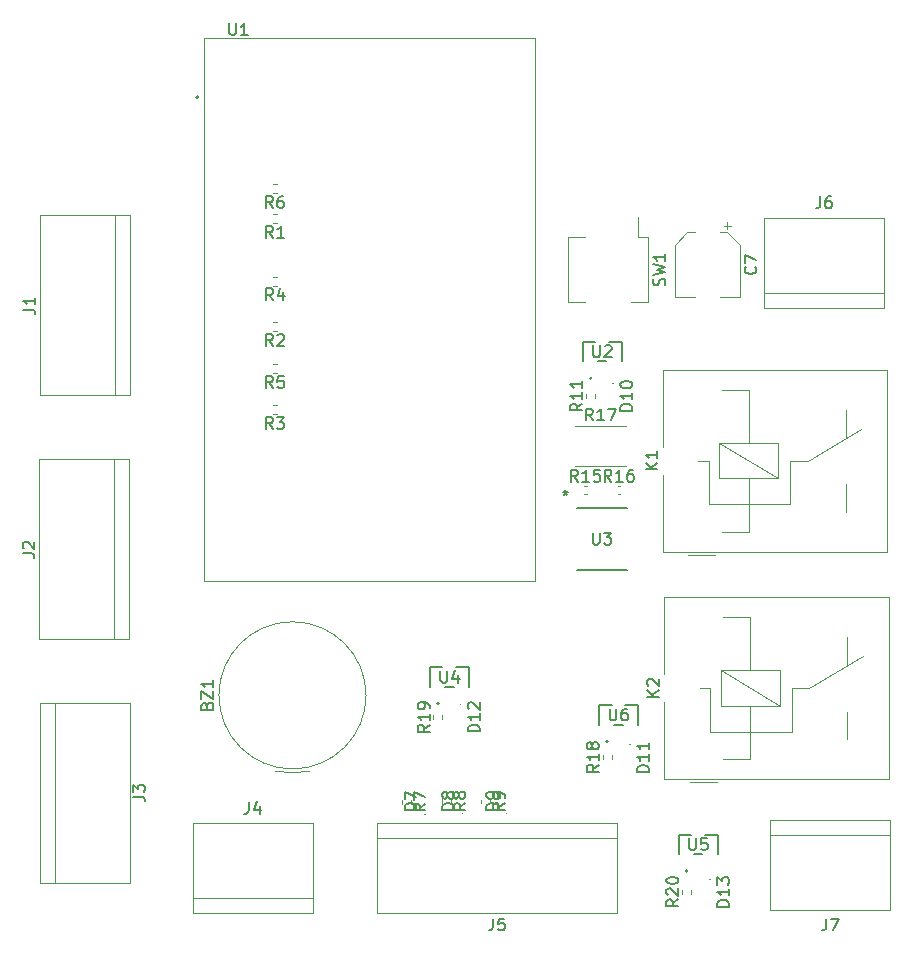
<source format=gbr>
%TF.GenerationSoftware,KiCad,Pcbnew,8.0.8*%
%TF.CreationDate,2025-03-20T21:36:52-04:00*%
%TF.ProjectId,PCB PUERTA,50434220-5055-4455-9254-412e6b696361,rev?*%
%TF.SameCoordinates,Original*%
%TF.FileFunction,Legend,Top*%
%TF.FilePolarity,Positive*%
%FSLAX46Y46*%
G04 Gerber Fmt 4.6, Leading zero omitted, Abs format (unit mm)*
G04 Created by KiCad (PCBNEW 8.0.8) date 2025-03-20 21:36:52*
%MOMM*%
%LPD*%
G01*
G04 APERTURE LIST*
%ADD10C,0.150000*%
%ADD11C,0.120000*%
%ADD12C,0.152400*%
%ADD13C,0.100000*%
%ADD14C,0.200000*%
G04 APERTURE END LIST*
D10*
X154301866Y-135852819D02*
X154301866Y-136567104D01*
X154301866Y-136567104D02*
X154254247Y-136709961D01*
X154254247Y-136709961D02*
X154159009Y-136805200D01*
X154159009Y-136805200D02*
X154016152Y-136852819D01*
X154016152Y-136852819D02*
X153920914Y-136852819D01*
X154682819Y-135852819D02*
X155349485Y-135852819D01*
X155349485Y-135852819D02*
X154920914Y-136852819D01*
X120722219Y-119451357D02*
X120246028Y-119784690D01*
X120722219Y-120022785D02*
X119722219Y-120022785D01*
X119722219Y-120022785D02*
X119722219Y-119641833D01*
X119722219Y-119641833D02*
X119769838Y-119546595D01*
X119769838Y-119546595D02*
X119817457Y-119498976D01*
X119817457Y-119498976D02*
X119912695Y-119451357D01*
X119912695Y-119451357D02*
X120055552Y-119451357D01*
X120055552Y-119451357D02*
X120150790Y-119498976D01*
X120150790Y-119498976D02*
X120198409Y-119546595D01*
X120198409Y-119546595D02*
X120246028Y-119641833D01*
X120246028Y-119641833D02*
X120246028Y-120022785D01*
X120722219Y-118498976D02*
X120722219Y-119070404D01*
X120722219Y-118784690D02*
X119722219Y-118784690D01*
X119722219Y-118784690D02*
X119865076Y-118879928D01*
X119865076Y-118879928D02*
X119960314Y-118975166D01*
X119960314Y-118975166D02*
X120007933Y-119070404D01*
X120722219Y-118022785D02*
X120722219Y-117832309D01*
X120722219Y-117832309D02*
X120674600Y-117737071D01*
X120674600Y-117737071D02*
X120626980Y-117689452D01*
X120626980Y-117689452D02*
X120484123Y-117594214D01*
X120484123Y-117594214D02*
X120293647Y-117546595D01*
X120293647Y-117546595D02*
X119912695Y-117546595D01*
X119912695Y-117546595D02*
X119817457Y-117594214D01*
X119817457Y-117594214D02*
X119769838Y-117641833D01*
X119769838Y-117641833D02*
X119722219Y-117737071D01*
X119722219Y-117737071D02*
X119722219Y-117927547D01*
X119722219Y-117927547D02*
X119769838Y-118022785D01*
X119769838Y-118022785D02*
X119817457Y-118070404D01*
X119817457Y-118070404D02*
X119912695Y-118118023D01*
X119912695Y-118118023D02*
X120150790Y-118118023D01*
X120150790Y-118118023D02*
X120246028Y-118070404D01*
X120246028Y-118070404D02*
X120293647Y-118022785D01*
X120293647Y-118022785D02*
X120341266Y-117927547D01*
X120341266Y-117927547D02*
X120341266Y-117737071D01*
X120341266Y-117737071D02*
X120293647Y-117641833D01*
X120293647Y-117641833D02*
X120246028Y-117594214D01*
X120246028Y-117594214D02*
X120150790Y-117546595D01*
X148306180Y-80659266D02*
X148353800Y-80706885D01*
X148353800Y-80706885D02*
X148401419Y-80849742D01*
X148401419Y-80849742D02*
X148401419Y-80944980D01*
X148401419Y-80944980D02*
X148353800Y-81087837D01*
X148353800Y-81087837D02*
X148258561Y-81183075D01*
X148258561Y-81183075D02*
X148163323Y-81230694D01*
X148163323Y-81230694D02*
X147972847Y-81278313D01*
X147972847Y-81278313D02*
X147829990Y-81278313D01*
X147829990Y-81278313D02*
X147639514Y-81230694D01*
X147639514Y-81230694D02*
X147544276Y-81183075D01*
X147544276Y-81183075D02*
X147449038Y-81087837D01*
X147449038Y-81087837D02*
X147401419Y-80944980D01*
X147401419Y-80944980D02*
X147401419Y-80849742D01*
X147401419Y-80849742D02*
X147449038Y-80706885D01*
X147449038Y-80706885D02*
X147496657Y-80659266D01*
X147401419Y-80325932D02*
X147401419Y-79659266D01*
X147401419Y-79659266D02*
X148401419Y-80087837D01*
X107455133Y-90917219D02*
X107121800Y-90441028D01*
X106883705Y-90917219D02*
X106883705Y-89917219D01*
X106883705Y-89917219D02*
X107264657Y-89917219D01*
X107264657Y-89917219D02*
X107359895Y-89964838D01*
X107359895Y-89964838D02*
X107407514Y-90012457D01*
X107407514Y-90012457D02*
X107455133Y-90107695D01*
X107455133Y-90107695D02*
X107455133Y-90250552D01*
X107455133Y-90250552D02*
X107407514Y-90345790D01*
X107407514Y-90345790D02*
X107359895Y-90393409D01*
X107359895Y-90393409D02*
X107264657Y-90441028D01*
X107264657Y-90441028D02*
X106883705Y-90441028D01*
X108359895Y-89917219D02*
X107883705Y-89917219D01*
X107883705Y-89917219D02*
X107836086Y-90393409D01*
X107836086Y-90393409D02*
X107883705Y-90345790D01*
X107883705Y-90345790D02*
X107978943Y-90298171D01*
X107978943Y-90298171D02*
X108217038Y-90298171D01*
X108217038Y-90298171D02*
X108312276Y-90345790D01*
X108312276Y-90345790D02*
X108359895Y-90393409D01*
X108359895Y-90393409D02*
X108407514Y-90488647D01*
X108407514Y-90488647D02*
X108407514Y-90726742D01*
X108407514Y-90726742D02*
X108359895Y-90821980D01*
X108359895Y-90821980D02*
X108312276Y-90869600D01*
X108312276Y-90869600D02*
X108217038Y-90917219D01*
X108217038Y-90917219D02*
X107978943Y-90917219D01*
X107978943Y-90917219D02*
X107883705Y-90869600D01*
X107883705Y-90869600D02*
X107836086Y-90821980D01*
X133650819Y-92247957D02*
X133174628Y-92581290D01*
X133650819Y-92819385D02*
X132650819Y-92819385D01*
X132650819Y-92819385D02*
X132650819Y-92438433D01*
X132650819Y-92438433D02*
X132698438Y-92343195D01*
X132698438Y-92343195D02*
X132746057Y-92295576D01*
X132746057Y-92295576D02*
X132841295Y-92247957D01*
X132841295Y-92247957D02*
X132984152Y-92247957D01*
X132984152Y-92247957D02*
X133079390Y-92295576D01*
X133079390Y-92295576D02*
X133127009Y-92343195D01*
X133127009Y-92343195D02*
X133174628Y-92438433D01*
X133174628Y-92438433D02*
X133174628Y-92819385D01*
X133650819Y-91295576D02*
X133650819Y-91867004D01*
X133650819Y-91581290D02*
X132650819Y-91581290D01*
X132650819Y-91581290D02*
X132793676Y-91676528D01*
X132793676Y-91676528D02*
X132888914Y-91771766D01*
X132888914Y-91771766D02*
X132936533Y-91867004D01*
X133650819Y-90343195D02*
X133650819Y-90914623D01*
X133650819Y-90628909D02*
X132650819Y-90628909D01*
X132650819Y-90628909D02*
X132793676Y-90724147D01*
X132793676Y-90724147D02*
X132888914Y-90819385D01*
X132888914Y-90819385D02*
X132936533Y-90914623D01*
X107455133Y-87361219D02*
X107121800Y-86885028D01*
X106883705Y-87361219D02*
X106883705Y-86361219D01*
X106883705Y-86361219D02*
X107264657Y-86361219D01*
X107264657Y-86361219D02*
X107359895Y-86408838D01*
X107359895Y-86408838D02*
X107407514Y-86456457D01*
X107407514Y-86456457D02*
X107455133Y-86551695D01*
X107455133Y-86551695D02*
X107455133Y-86694552D01*
X107455133Y-86694552D02*
X107407514Y-86789790D01*
X107407514Y-86789790D02*
X107359895Y-86837409D01*
X107359895Y-86837409D02*
X107264657Y-86885028D01*
X107264657Y-86885028D02*
X106883705Y-86885028D01*
X107836086Y-86456457D02*
X107883705Y-86408838D01*
X107883705Y-86408838D02*
X107978943Y-86361219D01*
X107978943Y-86361219D02*
X108217038Y-86361219D01*
X108217038Y-86361219D02*
X108312276Y-86408838D01*
X108312276Y-86408838D02*
X108359895Y-86456457D01*
X108359895Y-86456457D02*
X108407514Y-86551695D01*
X108407514Y-86551695D02*
X108407514Y-86646933D01*
X108407514Y-86646933D02*
X108359895Y-86789790D01*
X108359895Y-86789790D02*
X107788467Y-87361219D01*
X107788467Y-87361219D02*
X108407514Y-87361219D01*
X127075419Y-126098466D02*
X126599228Y-126431799D01*
X127075419Y-126669894D02*
X126075419Y-126669894D01*
X126075419Y-126669894D02*
X126075419Y-126288942D01*
X126075419Y-126288942D02*
X126123038Y-126193704D01*
X126123038Y-126193704D02*
X126170657Y-126146085D01*
X126170657Y-126146085D02*
X126265895Y-126098466D01*
X126265895Y-126098466D02*
X126408752Y-126098466D01*
X126408752Y-126098466D02*
X126503990Y-126146085D01*
X126503990Y-126146085D02*
X126551609Y-126193704D01*
X126551609Y-126193704D02*
X126599228Y-126288942D01*
X126599228Y-126288942D02*
X126599228Y-126669894D01*
X127075419Y-125622275D02*
X127075419Y-125431799D01*
X127075419Y-125431799D02*
X127027800Y-125336561D01*
X127027800Y-125336561D02*
X126980180Y-125288942D01*
X126980180Y-125288942D02*
X126837323Y-125193704D01*
X126837323Y-125193704D02*
X126646847Y-125146085D01*
X126646847Y-125146085D02*
X126265895Y-125146085D01*
X126265895Y-125146085D02*
X126170657Y-125193704D01*
X126170657Y-125193704D02*
X126123038Y-125241323D01*
X126123038Y-125241323D02*
X126075419Y-125336561D01*
X126075419Y-125336561D02*
X126075419Y-125527037D01*
X126075419Y-125527037D02*
X126123038Y-125622275D01*
X126123038Y-125622275D02*
X126170657Y-125669894D01*
X126170657Y-125669894D02*
X126265895Y-125717513D01*
X126265895Y-125717513D02*
X126503990Y-125717513D01*
X126503990Y-125717513D02*
X126599228Y-125669894D01*
X126599228Y-125669894D02*
X126646847Y-125622275D01*
X126646847Y-125622275D02*
X126694466Y-125527037D01*
X126694466Y-125527037D02*
X126694466Y-125336561D01*
X126694466Y-125336561D02*
X126646847Y-125241323D01*
X126646847Y-125241323D02*
X126599228Y-125193704D01*
X126599228Y-125193704D02*
X126503990Y-125146085D01*
X134569295Y-87313419D02*
X134569295Y-88122942D01*
X134569295Y-88122942D02*
X134616914Y-88218180D01*
X134616914Y-88218180D02*
X134664533Y-88265800D01*
X134664533Y-88265800D02*
X134759771Y-88313419D01*
X134759771Y-88313419D02*
X134950247Y-88313419D01*
X134950247Y-88313419D02*
X135045485Y-88265800D01*
X135045485Y-88265800D02*
X135093104Y-88218180D01*
X135093104Y-88218180D02*
X135140723Y-88122942D01*
X135140723Y-88122942D02*
X135140723Y-87313419D01*
X135569295Y-87408657D02*
X135616914Y-87361038D01*
X135616914Y-87361038D02*
X135712152Y-87313419D01*
X135712152Y-87313419D02*
X135950247Y-87313419D01*
X135950247Y-87313419D02*
X136045485Y-87361038D01*
X136045485Y-87361038D02*
X136093104Y-87408657D01*
X136093104Y-87408657D02*
X136140723Y-87503895D01*
X136140723Y-87503895D02*
X136140723Y-87599133D01*
X136140723Y-87599133D02*
X136093104Y-87741990D01*
X136093104Y-87741990D02*
X135521676Y-88313419D01*
X135521676Y-88313419D02*
X136140723Y-88313419D01*
X136110742Y-98862819D02*
X135777409Y-98386628D01*
X135539314Y-98862819D02*
X135539314Y-97862819D01*
X135539314Y-97862819D02*
X135920266Y-97862819D01*
X135920266Y-97862819D02*
X136015504Y-97910438D01*
X136015504Y-97910438D02*
X136063123Y-97958057D01*
X136063123Y-97958057D02*
X136110742Y-98053295D01*
X136110742Y-98053295D02*
X136110742Y-98196152D01*
X136110742Y-98196152D02*
X136063123Y-98291390D01*
X136063123Y-98291390D02*
X136015504Y-98339009D01*
X136015504Y-98339009D02*
X135920266Y-98386628D01*
X135920266Y-98386628D02*
X135539314Y-98386628D01*
X137063123Y-98862819D02*
X136491695Y-98862819D01*
X136777409Y-98862819D02*
X136777409Y-97862819D01*
X136777409Y-97862819D02*
X136682171Y-98005676D01*
X136682171Y-98005676D02*
X136586933Y-98100914D01*
X136586933Y-98100914D02*
X136491695Y-98148533D01*
X137920266Y-97862819D02*
X137729790Y-97862819D01*
X137729790Y-97862819D02*
X137634552Y-97910438D01*
X137634552Y-97910438D02*
X137586933Y-97958057D01*
X137586933Y-97958057D02*
X137491695Y-98100914D01*
X137491695Y-98100914D02*
X137444076Y-98291390D01*
X137444076Y-98291390D02*
X137444076Y-98672342D01*
X137444076Y-98672342D02*
X137491695Y-98767580D01*
X137491695Y-98767580D02*
X137539314Y-98815200D01*
X137539314Y-98815200D02*
X137634552Y-98862819D01*
X137634552Y-98862819D02*
X137825028Y-98862819D01*
X137825028Y-98862819D02*
X137920266Y-98815200D01*
X137920266Y-98815200D02*
X137967885Y-98767580D01*
X137967885Y-98767580D02*
X138015504Y-98672342D01*
X138015504Y-98672342D02*
X138015504Y-98434247D01*
X138015504Y-98434247D02*
X137967885Y-98339009D01*
X137967885Y-98339009D02*
X137920266Y-98291390D01*
X137920266Y-98291390D02*
X137825028Y-98243771D01*
X137825028Y-98243771D02*
X137634552Y-98243771D01*
X137634552Y-98243771D02*
X137539314Y-98291390D01*
X137539314Y-98291390D02*
X137491695Y-98339009D01*
X137491695Y-98339009D02*
X137444076Y-98434247D01*
X105428466Y-125968419D02*
X105428466Y-126682704D01*
X105428466Y-126682704D02*
X105380847Y-126825561D01*
X105380847Y-126825561D02*
X105285609Y-126920800D01*
X105285609Y-126920800D02*
X105142752Y-126968419D01*
X105142752Y-126968419D02*
X105047514Y-126968419D01*
X106333228Y-126301752D02*
X106333228Y-126968419D01*
X106095133Y-125920800D02*
X105857038Y-126635085D01*
X105857038Y-126635085D02*
X106476085Y-126635085D01*
X137870419Y-92844785D02*
X136870419Y-92844785D01*
X136870419Y-92844785D02*
X136870419Y-92606690D01*
X136870419Y-92606690D02*
X136918038Y-92463833D01*
X136918038Y-92463833D02*
X137013276Y-92368595D01*
X137013276Y-92368595D02*
X137108514Y-92320976D01*
X137108514Y-92320976D02*
X137298990Y-92273357D01*
X137298990Y-92273357D02*
X137441847Y-92273357D01*
X137441847Y-92273357D02*
X137632323Y-92320976D01*
X137632323Y-92320976D02*
X137727561Y-92368595D01*
X137727561Y-92368595D02*
X137822800Y-92463833D01*
X137822800Y-92463833D02*
X137870419Y-92606690D01*
X137870419Y-92606690D02*
X137870419Y-92844785D01*
X137870419Y-91320976D02*
X137870419Y-91892404D01*
X137870419Y-91606690D02*
X136870419Y-91606690D01*
X136870419Y-91606690D02*
X137013276Y-91701928D01*
X137013276Y-91701928D02*
X137108514Y-91797166D01*
X137108514Y-91797166D02*
X137156133Y-91892404D01*
X136870419Y-90701928D02*
X136870419Y-90606690D01*
X136870419Y-90606690D02*
X136918038Y-90511452D01*
X136918038Y-90511452D02*
X136965657Y-90463833D01*
X136965657Y-90463833D02*
X137060895Y-90416214D01*
X137060895Y-90416214D02*
X137251371Y-90368595D01*
X137251371Y-90368595D02*
X137489466Y-90368595D01*
X137489466Y-90368595D02*
X137679942Y-90416214D01*
X137679942Y-90416214D02*
X137775180Y-90463833D01*
X137775180Y-90463833D02*
X137822800Y-90511452D01*
X137822800Y-90511452D02*
X137870419Y-90606690D01*
X137870419Y-90606690D02*
X137870419Y-90701928D01*
X137870419Y-90701928D02*
X137822800Y-90797166D01*
X137822800Y-90797166D02*
X137775180Y-90844785D01*
X137775180Y-90844785D02*
X137679942Y-90892404D01*
X137679942Y-90892404D02*
X137489466Y-90940023D01*
X137489466Y-90940023D02*
X137251371Y-90940023D01*
X137251371Y-90940023D02*
X137060895Y-90892404D01*
X137060895Y-90892404D02*
X136965657Y-90844785D01*
X136965657Y-90844785D02*
X136918038Y-90797166D01*
X136918038Y-90797166D02*
X136870419Y-90701928D01*
X142697295Y-129045619D02*
X142697295Y-129855142D01*
X142697295Y-129855142D02*
X142744914Y-129950380D01*
X142744914Y-129950380D02*
X142792533Y-129998000D01*
X142792533Y-129998000D02*
X142887771Y-130045619D01*
X142887771Y-130045619D02*
X143078247Y-130045619D01*
X143078247Y-130045619D02*
X143173485Y-129998000D01*
X143173485Y-129998000D02*
X143221104Y-129950380D01*
X143221104Y-129950380D02*
X143268723Y-129855142D01*
X143268723Y-129855142D02*
X143268723Y-129045619D01*
X144221104Y-129045619D02*
X143744914Y-129045619D01*
X143744914Y-129045619D02*
X143697295Y-129521809D01*
X143697295Y-129521809D02*
X143744914Y-129474190D01*
X143744914Y-129474190D02*
X143840152Y-129426571D01*
X143840152Y-129426571D02*
X144078247Y-129426571D01*
X144078247Y-129426571D02*
X144173485Y-129474190D01*
X144173485Y-129474190D02*
X144221104Y-129521809D01*
X144221104Y-129521809D02*
X144268723Y-129617047D01*
X144268723Y-129617047D02*
X144268723Y-129855142D01*
X144268723Y-129855142D02*
X144221104Y-129950380D01*
X144221104Y-129950380D02*
X144173485Y-129998000D01*
X144173485Y-129998000D02*
X144078247Y-130045619D01*
X144078247Y-130045619D02*
X143840152Y-130045619D01*
X143840152Y-130045619D02*
X143744914Y-129998000D01*
X143744914Y-129998000D02*
X143697295Y-129950380D01*
X140621000Y-82232332D02*
X140668619Y-82089475D01*
X140668619Y-82089475D02*
X140668619Y-81851380D01*
X140668619Y-81851380D02*
X140621000Y-81756142D01*
X140621000Y-81756142D02*
X140573380Y-81708523D01*
X140573380Y-81708523D02*
X140478142Y-81660904D01*
X140478142Y-81660904D02*
X140382904Y-81660904D01*
X140382904Y-81660904D02*
X140287666Y-81708523D01*
X140287666Y-81708523D02*
X140240047Y-81756142D01*
X140240047Y-81756142D02*
X140192428Y-81851380D01*
X140192428Y-81851380D02*
X140144809Y-82041856D01*
X140144809Y-82041856D02*
X140097190Y-82137094D01*
X140097190Y-82137094D02*
X140049571Y-82184713D01*
X140049571Y-82184713D02*
X139954333Y-82232332D01*
X139954333Y-82232332D02*
X139859095Y-82232332D01*
X139859095Y-82232332D02*
X139763857Y-82184713D01*
X139763857Y-82184713D02*
X139716238Y-82137094D01*
X139716238Y-82137094D02*
X139668619Y-82041856D01*
X139668619Y-82041856D02*
X139668619Y-81803761D01*
X139668619Y-81803761D02*
X139716238Y-81660904D01*
X139668619Y-81327570D02*
X140668619Y-81089475D01*
X140668619Y-81089475D02*
X139954333Y-80898999D01*
X139954333Y-80898999D02*
X140668619Y-80708523D01*
X140668619Y-80708523D02*
X139668619Y-80470428D01*
X140668619Y-79565666D02*
X140668619Y-80137094D01*
X140668619Y-79851380D02*
X139668619Y-79851380D01*
X139668619Y-79851380D02*
X139811476Y-79946618D01*
X139811476Y-79946618D02*
X139906714Y-80041856D01*
X139906714Y-80041856D02*
X139954333Y-80137094D01*
X134543895Y-103188419D02*
X134543895Y-103997942D01*
X134543895Y-103997942D02*
X134591514Y-104093180D01*
X134591514Y-104093180D02*
X134639133Y-104140800D01*
X134639133Y-104140800D02*
X134734371Y-104188419D01*
X134734371Y-104188419D02*
X134924847Y-104188419D01*
X134924847Y-104188419D02*
X135020085Y-104140800D01*
X135020085Y-104140800D02*
X135067704Y-104093180D01*
X135067704Y-104093180D02*
X135115323Y-103997942D01*
X135115323Y-103997942D02*
X135115323Y-103188419D01*
X135496276Y-103188419D02*
X136115323Y-103188419D01*
X136115323Y-103188419D02*
X135781990Y-103569371D01*
X135781990Y-103569371D02*
X135924847Y-103569371D01*
X135924847Y-103569371D02*
X136020085Y-103616990D01*
X136020085Y-103616990D02*
X136067704Y-103664609D01*
X136067704Y-103664609D02*
X136115323Y-103759847D01*
X136115323Y-103759847D02*
X136115323Y-103997942D01*
X136115323Y-103997942D02*
X136067704Y-104093180D01*
X136067704Y-104093180D02*
X136020085Y-104140800D01*
X136020085Y-104140800D02*
X135924847Y-104188419D01*
X135924847Y-104188419D02*
X135639133Y-104188419D01*
X135639133Y-104188419D02*
X135543895Y-104140800D01*
X135543895Y-104140800D02*
X135496276Y-104093180D01*
X132226050Y-99581619D02*
X132226050Y-99819714D01*
X131987955Y-99724476D02*
X132226050Y-99819714D01*
X132226050Y-99819714D02*
X132464145Y-99724476D01*
X132083193Y-100010190D02*
X132226050Y-99819714D01*
X132226050Y-99819714D02*
X132368907Y-100010190D01*
X132226050Y-99581619D02*
X132226050Y-99819714D01*
X131987955Y-99724476D02*
X132226050Y-99819714D01*
X132226050Y-99819714D02*
X132464145Y-99724476D01*
X132083193Y-100010190D02*
X132226050Y-99819714D01*
X132226050Y-99819714D02*
X132368907Y-100010190D01*
X122805019Y-126645894D02*
X121805019Y-126645894D01*
X121805019Y-126645894D02*
X121805019Y-126407799D01*
X121805019Y-126407799D02*
X121852638Y-126264942D01*
X121852638Y-126264942D02*
X121947876Y-126169704D01*
X121947876Y-126169704D02*
X122043114Y-126122085D01*
X122043114Y-126122085D02*
X122233590Y-126074466D01*
X122233590Y-126074466D02*
X122376447Y-126074466D01*
X122376447Y-126074466D02*
X122566923Y-126122085D01*
X122566923Y-126122085D02*
X122662161Y-126169704D01*
X122662161Y-126169704D02*
X122757400Y-126264942D01*
X122757400Y-126264942D02*
X122805019Y-126407799D01*
X122805019Y-126407799D02*
X122805019Y-126645894D01*
X122233590Y-125503037D02*
X122185971Y-125598275D01*
X122185971Y-125598275D02*
X122138352Y-125645894D01*
X122138352Y-125645894D02*
X122043114Y-125693513D01*
X122043114Y-125693513D02*
X121995495Y-125693513D01*
X121995495Y-125693513D02*
X121900257Y-125645894D01*
X121900257Y-125645894D02*
X121852638Y-125598275D01*
X121852638Y-125598275D02*
X121805019Y-125503037D01*
X121805019Y-125503037D02*
X121805019Y-125312561D01*
X121805019Y-125312561D02*
X121852638Y-125217323D01*
X121852638Y-125217323D02*
X121900257Y-125169704D01*
X121900257Y-125169704D02*
X121995495Y-125122085D01*
X121995495Y-125122085D02*
X122043114Y-125122085D01*
X122043114Y-125122085D02*
X122138352Y-125169704D01*
X122138352Y-125169704D02*
X122185971Y-125217323D01*
X122185971Y-125217323D02*
X122233590Y-125312561D01*
X122233590Y-125312561D02*
X122233590Y-125503037D01*
X122233590Y-125503037D02*
X122281209Y-125598275D01*
X122281209Y-125598275D02*
X122328828Y-125645894D01*
X122328828Y-125645894D02*
X122424066Y-125693513D01*
X122424066Y-125693513D02*
X122614542Y-125693513D01*
X122614542Y-125693513D02*
X122709780Y-125645894D01*
X122709780Y-125645894D02*
X122757400Y-125598275D01*
X122757400Y-125598275D02*
X122805019Y-125503037D01*
X122805019Y-125503037D02*
X122805019Y-125312561D01*
X122805019Y-125312561D02*
X122757400Y-125217323D01*
X122757400Y-125217323D02*
X122709780Y-125169704D01*
X122709780Y-125169704D02*
X122614542Y-125122085D01*
X122614542Y-125122085D02*
X122424066Y-125122085D01*
X122424066Y-125122085D02*
X122328828Y-125169704D01*
X122328828Y-125169704D02*
X122281209Y-125217323D01*
X122281209Y-125217323D02*
X122233590Y-125312561D01*
X119604619Y-126668294D02*
X118604619Y-126668294D01*
X118604619Y-126668294D02*
X118604619Y-126430199D01*
X118604619Y-126430199D02*
X118652238Y-126287342D01*
X118652238Y-126287342D02*
X118747476Y-126192104D01*
X118747476Y-126192104D02*
X118842714Y-126144485D01*
X118842714Y-126144485D02*
X119033190Y-126096866D01*
X119033190Y-126096866D02*
X119176047Y-126096866D01*
X119176047Y-126096866D02*
X119366523Y-126144485D01*
X119366523Y-126144485D02*
X119461761Y-126192104D01*
X119461761Y-126192104D02*
X119557000Y-126287342D01*
X119557000Y-126287342D02*
X119604619Y-126430199D01*
X119604619Y-126430199D02*
X119604619Y-126668294D01*
X118604619Y-125763532D02*
X118604619Y-125096866D01*
X118604619Y-125096866D02*
X119604619Y-125525437D01*
X123748019Y-126074466D02*
X123271828Y-126407799D01*
X123748019Y-126645894D02*
X122748019Y-126645894D01*
X122748019Y-126645894D02*
X122748019Y-126264942D01*
X122748019Y-126264942D02*
X122795638Y-126169704D01*
X122795638Y-126169704D02*
X122843257Y-126122085D01*
X122843257Y-126122085D02*
X122938495Y-126074466D01*
X122938495Y-126074466D02*
X123081352Y-126074466D01*
X123081352Y-126074466D02*
X123176590Y-126122085D01*
X123176590Y-126122085D02*
X123224209Y-126169704D01*
X123224209Y-126169704D02*
X123271828Y-126264942D01*
X123271828Y-126264942D02*
X123271828Y-126645894D01*
X123176590Y-125503037D02*
X123128971Y-125598275D01*
X123128971Y-125598275D02*
X123081352Y-125645894D01*
X123081352Y-125645894D02*
X122986114Y-125693513D01*
X122986114Y-125693513D02*
X122938495Y-125693513D01*
X122938495Y-125693513D02*
X122843257Y-125645894D01*
X122843257Y-125645894D02*
X122795638Y-125598275D01*
X122795638Y-125598275D02*
X122748019Y-125503037D01*
X122748019Y-125503037D02*
X122748019Y-125312561D01*
X122748019Y-125312561D02*
X122795638Y-125217323D01*
X122795638Y-125217323D02*
X122843257Y-125169704D01*
X122843257Y-125169704D02*
X122938495Y-125122085D01*
X122938495Y-125122085D02*
X122986114Y-125122085D01*
X122986114Y-125122085D02*
X123081352Y-125169704D01*
X123081352Y-125169704D02*
X123128971Y-125217323D01*
X123128971Y-125217323D02*
X123176590Y-125312561D01*
X123176590Y-125312561D02*
X123176590Y-125503037D01*
X123176590Y-125503037D02*
X123224209Y-125598275D01*
X123224209Y-125598275D02*
X123271828Y-125645894D01*
X123271828Y-125645894D02*
X123367066Y-125693513D01*
X123367066Y-125693513D02*
X123557542Y-125693513D01*
X123557542Y-125693513D02*
X123652780Y-125645894D01*
X123652780Y-125645894D02*
X123700400Y-125598275D01*
X123700400Y-125598275D02*
X123748019Y-125503037D01*
X123748019Y-125503037D02*
X123748019Y-125312561D01*
X123748019Y-125312561D02*
X123700400Y-125217323D01*
X123700400Y-125217323D02*
X123652780Y-125169704D01*
X123652780Y-125169704D02*
X123557542Y-125122085D01*
X123557542Y-125122085D02*
X123367066Y-125122085D01*
X123367066Y-125122085D02*
X123271828Y-125169704D01*
X123271828Y-125169704D02*
X123224209Y-125217323D01*
X123224209Y-125217323D02*
X123176590Y-125312561D01*
X107481133Y-83500419D02*
X107147800Y-83024228D01*
X106909705Y-83500419D02*
X106909705Y-82500419D01*
X106909705Y-82500419D02*
X107290657Y-82500419D01*
X107290657Y-82500419D02*
X107385895Y-82548038D01*
X107385895Y-82548038D02*
X107433514Y-82595657D01*
X107433514Y-82595657D02*
X107481133Y-82690895D01*
X107481133Y-82690895D02*
X107481133Y-82833752D01*
X107481133Y-82833752D02*
X107433514Y-82928990D01*
X107433514Y-82928990D02*
X107385895Y-82976609D01*
X107385895Y-82976609D02*
X107290657Y-83024228D01*
X107290657Y-83024228D02*
X106909705Y-83024228D01*
X108338276Y-82833752D02*
X108338276Y-83500419D01*
X108100181Y-82452800D02*
X107862086Y-83167085D01*
X107862086Y-83167085D02*
X108481133Y-83167085D01*
X139291019Y-123429585D02*
X138291019Y-123429585D01*
X138291019Y-123429585D02*
X138291019Y-123191490D01*
X138291019Y-123191490D02*
X138338638Y-123048633D01*
X138338638Y-123048633D02*
X138433876Y-122953395D01*
X138433876Y-122953395D02*
X138529114Y-122905776D01*
X138529114Y-122905776D02*
X138719590Y-122858157D01*
X138719590Y-122858157D02*
X138862447Y-122858157D01*
X138862447Y-122858157D02*
X139052923Y-122905776D01*
X139052923Y-122905776D02*
X139148161Y-122953395D01*
X139148161Y-122953395D02*
X139243400Y-123048633D01*
X139243400Y-123048633D02*
X139291019Y-123191490D01*
X139291019Y-123191490D02*
X139291019Y-123429585D01*
X139291019Y-121905776D02*
X139291019Y-122477204D01*
X139291019Y-122191490D02*
X138291019Y-122191490D01*
X138291019Y-122191490D02*
X138433876Y-122286728D01*
X138433876Y-122286728D02*
X138529114Y-122381966D01*
X138529114Y-122381966D02*
X138576733Y-122477204D01*
X139291019Y-120953395D02*
X139291019Y-121524823D01*
X139291019Y-121239109D02*
X138291019Y-121239109D01*
X138291019Y-121239109D02*
X138433876Y-121334347D01*
X138433876Y-121334347D02*
X138529114Y-121429585D01*
X138529114Y-121429585D02*
X138576733Y-121524823D01*
X133291342Y-98862819D02*
X132958009Y-98386628D01*
X132719914Y-98862819D02*
X132719914Y-97862819D01*
X132719914Y-97862819D02*
X133100866Y-97862819D01*
X133100866Y-97862819D02*
X133196104Y-97910438D01*
X133196104Y-97910438D02*
X133243723Y-97958057D01*
X133243723Y-97958057D02*
X133291342Y-98053295D01*
X133291342Y-98053295D02*
X133291342Y-98196152D01*
X133291342Y-98196152D02*
X133243723Y-98291390D01*
X133243723Y-98291390D02*
X133196104Y-98339009D01*
X133196104Y-98339009D02*
X133100866Y-98386628D01*
X133100866Y-98386628D02*
X132719914Y-98386628D01*
X134243723Y-98862819D02*
X133672295Y-98862819D01*
X133958009Y-98862819D02*
X133958009Y-97862819D01*
X133958009Y-97862819D02*
X133862771Y-98005676D01*
X133862771Y-98005676D02*
X133767533Y-98100914D01*
X133767533Y-98100914D02*
X133672295Y-98148533D01*
X135148485Y-97862819D02*
X134672295Y-97862819D01*
X134672295Y-97862819D02*
X134624676Y-98339009D01*
X134624676Y-98339009D02*
X134672295Y-98291390D01*
X134672295Y-98291390D02*
X134767533Y-98243771D01*
X134767533Y-98243771D02*
X135005628Y-98243771D01*
X135005628Y-98243771D02*
X135100866Y-98291390D01*
X135100866Y-98291390D02*
X135148485Y-98339009D01*
X135148485Y-98339009D02*
X135196104Y-98434247D01*
X135196104Y-98434247D02*
X135196104Y-98672342D01*
X135196104Y-98672342D02*
X135148485Y-98767580D01*
X135148485Y-98767580D02*
X135100866Y-98815200D01*
X135100866Y-98815200D02*
X135005628Y-98862819D01*
X135005628Y-98862819D02*
X134767533Y-98862819D01*
X134767533Y-98862819D02*
X134672295Y-98815200D01*
X134672295Y-98815200D02*
X134624676Y-98767580D01*
X107453133Y-78217219D02*
X107119800Y-77741028D01*
X106881705Y-78217219D02*
X106881705Y-77217219D01*
X106881705Y-77217219D02*
X107262657Y-77217219D01*
X107262657Y-77217219D02*
X107357895Y-77264838D01*
X107357895Y-77264838D02*
X107405514Y-77312457D01*
X107405514Y-77312457D02*
X107453133Y-77407695D01*
X107453133Y-77407695D02*
X107453133Y-77550552D01*
X107453133Y-77550552D02*
X107405514Y-77645790D01*
X107405514Y-77645790D02*
X107357895Y-77693409D01*
X107357895Y-77693409D02*
X107262657Y-77741028D01*
X107262657Y-77741028D02*
X106881705Y-77741028D01*
X108405514Y-78217219D02*
X107834086Y-78217219D01*
X108119800Y-78217219D02*
X108119800Y-77217219D01*
X108119800Y-77217219D02*
X108024562Y-77360076D01*
X108024562Y-77360076D02*
X107929324Y-77455314D01*
X107929324Y-77455314D02*
X107834086Y-77502933D01*
X140016419Y-97825594D02*
X139016419Y-97825594D01*
X140016419Y-97254166D02*
X139444990Y-97682737D01*
X139016419Y-97254166D02*
X139587847Y-97825594D01*
X140016419Y-96301785D02*
X140016419Y-96873213D01*
X140016419Y-96587499D02*
X139016419Y-96587499D01*
X139016419Y-96587499D02*
X139159276Y-96682737D01*
X139159276Y-96682737D02*
X139254514Y-96777975D01*
X139254514Y-96777975D02*
X139302133Y-96873213D01*
X101879409Y-117833352D02*
X101927028Y-117690495D01*
X101927028Y-117690495D02*
X101974647Y-117642876D01*
X101974647Y-117642876D02*
X102069885Y-117595257D01*
X102069885Y-117595257D02*
X102212742Y-117595257D01*
X102212742Y-117595257D02*
X102307980Y-117642876D01*
X102307980Y-117642876D02*
X102355600Y-117690495D01*
X102355600Y-117690495D02*
X102403219Y-117785733D01*
X102403219Y-117785733D02*
X102403219Y-118166685D01*
X102403219Y-118166685D02*
X101403219Y-118166685D01*
X101403219Y-118166685D02*
X101403219Y-117833352D01*
X101403219Y-117833352D02*
X101450838Y-117738114D01*
X101450838Y-117738114D02*
X101498457Y-117690495D01*
X101498457Y-117690495D02*
X101593695Y-117642876D01*
X101593695Y-117642876D02*
X101688933Y-117642876D01*
X101688933Y-117642876D02*
X101784171Y-117690495D01*
X101784171Y-117690495D02*
X101831790Y-117738114D01*
X101831790Y-117738114D02*
X101879409Y-117833352D01*
X101879409Y-117833352D02*
X101879409Y-118166685D01*
X101403219Y-117261923D02*
X101403219Y-116595257D01*
X101403219Y-116595257D02*
X102403219Y-117261923D01*
X102403219Y-117261923D02*
X102403219Y-116595257D01*
X102403219Y-115690495D02*
X102403219Y-116261923D01*
X102403219Y-115976209D02*
X101403219Y-115976209D01*
X101403219Y-115976209D02*
X101546076Y-116071447D01*
X101546076Y-116071447D02*
X101641314Y-116166685D01*
X101641314Y-116166685D02*
X101688933Y-116261923D01*
X121640695Y-114872419D02*
X121640695Y-115681942D01*
X121640695Y-115681942D02*
X121688314Y-115777180D01*
X121688314Y-115777180D02*
X121735933Y-115824800D01*
X121735933Y-115824800D02*
X121831171Y-115872419D01*
X121831171Y-115872419D02*
X122021647Y-115872419D01*
X122021647Y-115872419D02*
X122116885Y-115824800D01*
X122116885Y-115824800D02*
X122164504Y-115777180D01*
X122164504Y-115777180D02*
X122212123Y-115681942D01*
X122212123Y-115681942D02*
X122212123Y-114872419D01*
X123116885Y-115205752D02*
X123116885Y-115872419D01*
X122878790Y-114824800D02*
X122640695Y-115539085D01*
X122640695Y-115539085D02*
X123259742Y-115539085D01*
X135964495Y-118073719D02*
X135964495Y-118883242D01*
X135964495Y-118883242D02*
X136012114Y-118978480D01*
X136012114Y-118978480D02*
X136059733Y-119026100D01*
X136059733Y-119026100D02*
X136154971Y-119073719D01*
X136154971Y-119073719D02*
X136345447Y-119073719D01*
X136345447Y-119073719D02*
X136440685Y-119026100D01*
X136440685Y-119026100D02*
X136488304Y-118978480D01*
X136488304Y-118978480D02*
X136535923Y-118883242D01*
X136535923Y-118883242D02*
X136535923Y-118073719D01*
X137440685Y-118073719D02*
X137250209Y-118073719D01*
X137250209Y-118073719D02*
X137154971Y-118121338D01*
X137154971Y-118121338D02*
X137107352Y-118168957D01*
X137107352Y-118168957D02*
X137012114Y-118311814D01*
X137012114Y-118311814D02*
X136964495Y-118502290D01*
X136964495Y-118502290D02*
X136964495Y-118883242D01*
X136964495Y-118883242D02*
X137012114Y-118978480D01*
X137012114Y-118978480D02*
X137059733Y-119026100D01*
X137059733Y-119026100D02*
X137154971Y-119073719D01*
X137154971Y-119073719D02*
X137345447Y-119073719D01*
X137345447Y-119073719D02*
X137440685Y-119026100D01*
X137440685Y-119026100D02*
X137488304Y-118978480D01*
X137488304Y-118978480D02*
X137535923Y-118883242D01*
X137535923Y-118883242D02*
X137535923Y-118645147D01*
X137535923Y-118645147D02*
X137488304Y-118549909D01*
X137488304Y-118549909D02*
X137440685Y-118502290D01*
X137440685Y-118502290D02*
X137345447Y-118454671D01*
X137345447Y-118454671D02*
X137154971Y-118454671D01*
X137154971Y-118454671D02*
X137059733Y-118502290D01*
X137059733Y-118502290D02*
X137012114Y-118549909D01*
X137012114Y-118549909D02*
X136964495Y-118645147D01*
X103768895Y-60047219D02*
X103768895Y-60856742D01*
X103768895Y-60856742D02*
X103816514Y-60951980D01*
X103816514Y-60951980D02*
X103864133Y-60999600D01*
X103864133Y-60999600D02*
X103959371Y-61047219D01*
X103959371Y-61047219D02*
X104149847Y-61047219D01*
X104149847Y-61047219D02*
X104245085Y-60999600D01*
X104245085Y-60999600D02*
X104292704Y-60951980D01*
X104292704Y-60951980D02*
X104340323Y-60856742D01*
X104340323Y-60856742D02*
X104340323Y-60047219D01*
X105340323Y-61047219D02*
X104768895Y-61047219D01*
X105054609Y-61047219D02*
X105054609Y-60047219D01*
X105054609Y-60047219D02*
X104959371Y-60190076D01*
X104959371Y-60190076D02*
X104864133Y-60285314D01*
X104864133Y-60285314D02*
X104768895Y-60332933D01*
X107453133Y-75677219D02*
X107119800Y-75201028D01*
X106881705Y-75677219D02*
X106881705Y-74677219D01*
X106881705Y-74677219D02*
X107262657Y-74677219D01*
X107262657Y-74677219D02*
X107357895Y-74724838D01*
X107357895Y-74724838D02*
X107405514Y-74772457D01*
X107405514Y-74772457D02*
X107453133Y-74867695D01*
X107453133Y-74867695D02*
X107453133Y-75010552D01*
X107453133Y-75010552D02*
X107405514Y-75105790D01*
X107405514Y-75105790D02*
X107357895Y-75153409D01*
X107357895Y-75153409D02*
X107262657Y-75201028D01*
X107262657Y-75201028D02*
X106881705Y-75201028D01*
X108310276Y-74677219D02*
X108119800Y-74677219D01*
X108119800Y-74677219D02*
X108024562Y-74724838D01*
X108024562Y-74724838D02*
X107976943Y-74772457D01*
X107976943Y-74772457D02*
X107881705Y-74915314D01*
X107881705Y-74915314D02*
X107834086Y-75105790D01*
X107834086Y-75105790D02*
X107834086Y-75486742D01*
X107834086Y-75486742D02*
X107881705Y-75581980D01*
X107881705Y-75581980D02*
X107929324Y-75629600D01*
X107929324Y-75629600D02*
X108024562Y-75677219D01*
X108024562Y-75677219D02*
X108215038Y-75677219D01*
X108215038Y-75677219D02*
X108310276Y-75629600D01*
X108310276Y-75629600D02*
X108357895Y-75581980D01*
X108357895Y-75581980D02*
X108405514Y-75486742D01*
X108405514Y-75486742D02*
X108405514Y-75248647D01*
X108405514Y-75248647D02*
X108357895Y-75153409D01*
X108357895Y-75153409D02*
X108310276Y-75105790D01*
X108310276Y-75105790D02*
X108215038Y-75058171D01*
X108215038Y-75058171D02*
X108024562Y-75058171D01*
X108024562Y-75058171D02*
X107929324Y-75105790D01*
X107929324Y-75105790D02*
X107881705Y-75153409D01*
X107881705Y-75153409D02*
X107834086Y-75248647D01*
X134561342Y-93669019D02*
X134228009Y-93192828D01*
X133989914Y-93669019D02*
X133989914Y-92669019D01*
X133989914Y-92669019D02*
X134370866Y-92669019D01*
X134370866Y-92669019D02*
X134466104Y-92716638D01*
X134466104Y-92716638D02*
X134513723Y-92764257D01*
X134513723Y-92764257D02*
X134561342Y-92859495D01*
X134561342Y-92859495D02*
X134561342Y-93002352D01*
X134561342Y-93002352D02*
X134513723Y-93097590D01*
X134513723Y-93097590D02*
X134466104Y-93145209D01*
X134466104Y-93145209D02*
X134370866Y-93192828D01*
X134370866Y-93192828D02*
X133989914Y-93192828D01*
X135513723Y-93669019D02*
X134942295Y-93669019D01*
X135228009Y-93669019D02*
X135228009Y-92669019D01*
X135228009Y-92669019D02*
X135132771Y-92811876D01*
X135132771Y-92811876D02*
X135037533Y-92907114D01*
X135037533Y-92907114D02*
X134942295Y-92954733D01*
X135847057Y-92669019D02*
X136513723Y-92669019D01*
X136513723Y-92669019D02*
X136085152Y-93669019D01*
X146074619Y-134830985D02*
X145074619Y-134830985D01*
X145074619Y-134830985D02*
X145074619Y-134592890D01*
X145074619Y-134592890D02*
X145122238Y-134450033D01*
X145122238Y-134450033D02*
X145217476Y-134354795D01*
X145217476Y-134354795D02*
X145312714Y-134307176D01*
X145312714Y-134307176D02*
X145503190Y-134259557D01*
X145503190Y-134259557D02*
X145646047Y-134259557D01*
X145646047Y-134259557D02*
X145836523Y-134307176D01*
X145836523Y-134307176D02*
X145931761Y-134354795D01*
X145931761Y-134354795D02*
X146027000Y-134450033D01*
X146027000Y-134450033D02*
X146074619Y-134592890D01*
X146074619Y-134592890D02*
X146074619Y-134830985D01*
X146074619Y-133307176D02*
X146074619Y-133878604D01*
X146074619Y-133592890D02*
X145074619Y-133592890D01*
X145074619Y-133592890D02*
X145217476Y-133688128D01*
X145217476Y-133688128D02*
X145312714Y-133783366D01*
X145312714Y-133783366D02*
X145360333Y-133878604D01*
X145074619Y-132973842D02*
X145074619Y-132354795D01*
X145074619Y-132354795D02*
X145455571Y-132688128D01*
X145455571Y-132688128D02*
X145455571Y-132545271D01*
X145455571Y-132545271D02*
X145503190Y-132450033D01*
X145503190Y-132450033D02*
X145550809Y-132402414D01*
X145550809Y-132402414D02*
X145646047Y-132354795D01*
X145646047Y-132354795D02*
X145884142Y-132354795D01*
X145884142Y-132354795D02*
X145979380Y-132402414D01*
X145979380Y-132402414D02*
X146027000Y-132450033D01*
X146027000Y-132450033D02*
X146074619Y-132545271D01*
X146074619Y-132545271D02*
X146074619Y-132830985D01*
X146074619Y-132830985D02*
X146027000Y-132926223D01*
X146027000Y-132926223D02*
X145979380Y-132973842D01*
X124967219Y-120013285D02*
X123967219Y-120013285D01*
X123967219Y-120013285D02*
X123967219Y-119775190D01*
X123967219Y-119775190D02*
X124014838Y-119632333D01*
X124014838Y-119632333D02*
X124110076Y-119537095D01*
X124110076Y-119537095D02*
X124205314Y-119489476D01*
X124205314Y-119489476D02*
X124395790Y-119441857D01*
X124395790Y-119441857D02*
X124538647Y-119441857D01*
X124538647Y-119441857D02*
X124729123Y-119489476D01*
X124729123Y-119489476D02*
X124824361Y-119537095D01*
X124824361Y-119537095D02*
X124919600Y-119632333D01*
X124919600Y-119632333D02*
X124967219Y-119775190D01*
X124967219Y-119775190D02*
X124967219Y-120013285D01*
X124967219Y-118489476D02*
X124967219Y-119060904D01*
X124967219Y-118775190D02*
X123967219Y-118775190D01*
X123967219Y-118775190D02*
X124110076Y-118870428D01*
X124110076Y-118870428D02*
X124205314Y-118965666D01*
X124205314Y-118965666D02*
X124252933Y-119060904D01*
X124062457Y-118108523D02*
X124014838Y-118060904D01*
X124014838Y-118060904D02*
X123967219Y-117965666D01*
X123967219Y-117965666D02*
X123967219Y-117727571D01*
X123967219Y-117727571D02*
X124014838Y-117632333D01*
X124014838Y-117632333D02*
X124062457Y-117584714D01*
X124062457Y-117584714D02*
X124157695Y-117537095D01*
X124157695Y-117537095D02*
X124252933Y-117537095D01*
X124252933Y-117537095D02*
X124395790Y-117584714D01*
X124395790Y-117584714D02*
X124967219Y-118156142D01*
X124967219Y-118156142D02*
X124967219Y-117537095D01*
X135046019Y-122842257D02*
X134569828Y-123175590D01*
X135046019Y-123413685D02*
X134046019Y-123413685D01*
X134046019Y-123413685D02*
X134046019Y-123032733D01*
X134046019Y-123032733D02*
X134093638Y-122937495D01*
X134093638Y-122937495D02*
X134141257Y-122889876D01*
X134141257Y-122889876D02*
X134236495Y-122842257D01*
X134236495Y-122842257D02*
X134379352Y-122842257D01*
X134379352Y-122842257D02*
X134474590Y-122889876D01*
X134474590Y-122889876D02*
X134522209Y-122937495D01*
X134522209Y-122937495D02*
X134569828Y-123032733D01*
X134569828Y-123032733D02*
X134569828Y-123413685D01*
X135046019Y-121889876D02*
X135046019Y-122461304D01*
X135046019Y-122175590D02*
X134046019Y-122175590D01*
X134046019Y-122175590D02*
X134188876Y-122270828D01*
X134188876Y-122270828D02*
X134284114Y-122366066D01*
X134284114Y-122366066D02*
X134331733Y-122461304D01*
X134474590Y-121318447D02*
X134426971Y-121413685D01*
X134426971Y-121413685D02*
X134379352Y-121461304D01*
X134379352Y-121461304D02*
X134284114Y-121508923D01*
X134284114Y-121508923D02*
X134236495Y-121508923D01*
X134236495Y-121508923D02*
X134141257Y-121461304D01*
X134141257Y-121461304D02*
X134093638Y-121413685D01*
X134093638Y-121413685D02*
X134046019Y-121318447D01*
X134046019Y-121318447D02*
X134046019Y-121127971D01*
X134046019Y-121127971D02*
X134093638Y-121032733D01*
X134093638Y-121032733D02*
X134141257Y-120985114D01*
X134141257Y-120985114D02*
X134236495Y-120937495D01*
X134236495Y-120937495D02*
X134284114Y-120937495D01*
X134284114Y-120937495D02*
X134379352Y-120985114D01*
X134379352Y-120985114D02*
X134426971Y-121032733D01*
X134426971Y-121032733D02*
X134474590Y-121127971D01*
X134474590Y-121127971D02*
X134474590Y-121318447D01*
X134474590Y-121318447D02*
X134522209Y-121413685D01*
X134522209Y-121413685D02*
X134569828Y-121461304D01*
X134569828Y-121461304D02*
X134665066Y-121508923D01*
X134665066Y-121508923D02*
X134855542Y-121508923D01*
X134855542Y-121508923D02*
X134950780Y-121461304D01*
X134950780Y-121461304D02*
X134998400Y-121413685D01*
X134998400Y-121413685D02*
X135046019Y-121318447D01*
X135046019Y-121318447D02*
X135046019Y-121127971D01*
X135046019Y-121127971D02*
X134998400Y-121032733D01*
X134998400Y-121032733D02*
X134950780Y-120985114D01*
X134950780Y-120985114D02*
X134855542Y-120937495D01*
X134855542Y-120937495D02*
X134665066Y-120937495D01*
X134665066Y-120937495D02*
X134569828Y-120985114D01*
X134569828Y-120985114D02*
X134522209Y-121032733D01*
X134522209Y-121032733D02*
X134474590Y-121127971D01*
X141778819Y-134234157D02*
X141302628Y-134567490D01*
X141778819Y-134805585D02*
X140778819Y-134805585D01*
X140778819Y-134805585D02*
X140778819Y-134424633D01*
X140778819Y-134424633D02*
X140826438Y-134329395D01*
X140826438Y-134329395D02*
X140874057Y-134281776D01*
X140874057Y-134281776D02*
X140969295Y-134234157D01*
X140969295Y-134234157D02*
X141112152Y-134234157D01*
X141112152Y-134234157D02*
X141207390Y-134281776D01*
X141207390Y-134281776D02*
X141255009Y-134329395D01*
X141255009Y-134329395D02*
X141302628Y-134424633D01*
X141302628Y-134424633D02*
X141302628Y-134805585D01*
X140874057Y-133853204D02*
X140826438Y-133805585D01*
X140826438Y-133805585D02*
X140778819Y-133710347D01*
X140778819Y-133710347D02*
X140778819Y-133472252D01*
X140778819Y-133472252D02*
X140826438Y-133377014D01*
X140826438Y-133377014D02*
X140874057Y-133329395D01*
X140874057Y-133329395D02*
X140969295Y-133281776D01*
X140969295Y-133281776D02*
X141064533Y-133281776D01*
X141064533Y-133281776D02*
X141207390Y-133329395D01*
X141207390Y-133329395D02*
X141778819Y-133900823D01*
X141778819Y-133900823D02*
X141778819Y-133281776D01*
X140778819Y-132662728D02*
X140778819Y-132567490D01*
X140778819Y-132567490D02*
X140826438Y-132472252D01*
X140826438Y-132472252D02*
X140874057Y-132424633D01*
X140874057Y-132424633D02*
X140969295Y-132377014D01*
X140969295Y-132377014D02*
X141159771Y-132329395D01*
X141159771Y-132329395D02*
X141397866Y-132329395D01*
X141397866Y-132329395D02*
X141588342Y-132377014D01*
X141588342Y-132377014D02*
X141683580Y-132424633D01*
X141683580Y-132424633D02*
X141731200Y-132472252D01*
X141731200Y-132472252D02*
X141778819Y-132567490D01*
X141778819Y-132567490D02*
X141778819Y-132662728D01*
X141778819Y-132662728D02*
X141731200Y-132757966D01*
X141731200Y-132757966D02*
X141683580Y-132805585D01*
X141683580Y-132805585D02*
X141588342Y-132853204D01*
X141588342Y-132853204D02*
X141397866Y-132900823D01*
X141397866Y-132900823D02*
X141159771Y-132900823D01*
X141159771Y-132900823D02*
X140969295Y-132853204D01*
X140969295Y-132853204D02*
X140874057Y-132805585D01*
X140874057Y-132805585D02*
X140826438Y-132757966D01*
X140826438Y-132757966D02*
X140778819Y-132662728D01*
X120369819Y-126123266D02*
X119893628Y-126456599D01*
X120369819Y-126694694D02*
X119369819Y-126694694D01*
X119369819Y-126694694D02*
X119369819Y-126313742D01*
X119369819Y-126313742D02*
X119417438Y-126218504D01*
X119417438Y-126218504D02*
X119465057Y-126170885D01*
X119465057Y-126170885D02*
X119560295Y-126123266D01*
X119560295Y-126123266D02*
X119703152Y-126123266D01*
X119703152Y-126123266D02*
X119798390Y-126170885D01*
X119798390Y-126170885D02*
X119846009Y-126218504D01*
X119846009Y-126218504D02*
X119893628Y-126313742D01*
X119893628Y-126313742D02*
X119893628Y-126694694D01*
X119369819Y-125789932D02*
X119369819Y-125123266D01*
X119369819Y-125123266D02*
X120369819Y-125551837D01*
X107453133Y-94397019D02*
X107119800Y-93920828D01*
X106881705Y-94397019D02*
X106881705Y-93397019D01*
X106881705Y-93397019D02*
X107262657Y-93397019D01*
X107262657Y-93397019D02*
X107357895Y-93444638D01*
X107357895Y-93444638D02*
X107405514Y-93492257D01*
X107405514Y-93492257D02*
X107453133Y-93587495D01*
X107453133Y-93587495D02*
X107453133Y-93730352D01*
X107453133Y-93730352D02*
X107405514Y-93825590D01*
X107405514Y-93825590D02*
X107357895Y-93873209D01*
X107357895Y-93873209D02*
X107262657Y-93920828D01*
X107262657Y-93920828D02*
X106881705Y-93920828D01*
X107786467Y-93397019D02*
X108405514Y-93397019D01*
X108405514Y-93397019D02*
X108072181Y-93777971D01*
X108072181Y-93777971D02*
X108215038Y-93777971D01*
X108215038Y-93777971D02*
X108310276Y-93825590D01*
X108310276Y-93825590D02*
X108357895Y-93873209D01*
X108357895Y-93873209D02*
X108405514Y-93968447D01*
X108405514Y-93968447D02*
X108405514Y-94206542D01*
X108405514Y-94206542D02*
X108357895Y-94301780D01*
X108357895Y-94301780D02*
X108310276Y-94349400D01*
X108310276Y-94349400D02*
X108215038Y-94397019D01*
X108215038Y-94397019D02*
X107929324Y-94397019D01*
X107929324Y-94397019D02*
X107834086Y-94349400D01*
X107834086Y-94349400D02*
X107786467Y-94301780D01*
X126098666Y-135848419D02*
X126098666Y-136562704D01*
X126098666Y-136562704D02*
X126051047Y-136705561D01*
X126051047Y-136705561D02*
X125955809Y-136800800D01*
X125955809Y-136800800D02*
X125812952Y-136848419D01*
X125812952Y-136848419D02*
X125717714Y-136848419D01*
X127051047Y-135848419D02*
X126574857Y-135848419D01*
X126574857Y-135848419D02*
X126527238Y-136324609D01*
X126527238Y-136324609D02*
X126574857Y-136276990D01*
X126574857Y-136276990D02*
X126670095Y-136229371D01*
X126670095Y-136229371D02*
X126908190Y-136229371D01*
X126908190Y-136229371D02*
X127003428Y-136276990D01*
X127003428Y-136276990D02*
X127051047Y-136324609D01*
X127051047Y-136324609D02*
X127098666Y-136419847D01*
X127098666Y-136419847D02*
X127098666Y-136657942D01*
X127098666Y-136657942D02*
X127051047Y-136753180D01*
X127051047Y-136753180D02*
X127003428Y-136800800D01*
X127003428Y-136800800D02*
X126908190Y-136848419D01*
X126908190Y-136848419D02*
X126670095Y-136848419D01*
X126670095Y-136848419D02*
X126574857Y-136800800D01*
X126574857Y-136800800D02*
X126527238Y-136753180D01*
X153793866Y-74715019D02*
X153793866Y-75429304D01*
X153793866Y-75429304D02*
X153746247Y-75572161D01*
X153746247Y-75572161D02*
X153651009Y-75667400D01*
X153651009Y-75667400D02*
X153508152Y-75715019D01*
X153508152Y-75715019D02*
X153412914Y-75715019D01*
X154698628Y-74715019D02*
X154508152Y-74715019D01*
X154508152Y-74715019D02*
X154412914Y-74762638D01*
X154412914Y-74762638D02*
X154365295Y-74810257D01*
X154365295Y-74810257D02*
X154270057Y-74953114D01*
X154270057Y-74953114D02*
X154222438Y-75143590D01*
X154222438Y-75143590D02*
X154222438Y-75524542D01*
X154222438Y-75524542D02*
X154270057Y-75619780D01*
X154270057Y-75619780D02*
X154317676Y-75667400D01*
X154317676Y-75667400D02*
X154412914Y-75715019D01*
X154412914Y-75715019D02*
X154603390Y-75715019D01*
X154603390Y-75715019D02*
X154698628Y-75667400D01*
X154698628Y-75667400D02*
X154746247Y-75619780D01*
X154746247Y-75619780D02*
X154793866Y-75524542D01*
X154793866Y-75524542D02*
X154793866Y-75286447D01*
X154793866Y-75286447D02*
X154746247Y-75191209D01*
X154746247Y-75191209D02*
X154698628Y-75143590D01*
X154698628Y-75143590D02*
X154603390Y-75095971D01*
X154603390Y-75095971D02*
X154412914Y-75095971D01*
X154412914Y-75095971D02*
X154317676Y-75143590D01*
X154317676Y-75143590D02*
X154270057Y-75191209D01*
X154270057Y-75191209D02*
X154222438Y-75286447D01*
X140145819Y-117075694D02*
X139145819Y-117075694D01*
X140145819Y-116504266D02*
X139574390Y-116932837D01*
X139145819Y-116504266D02*
X139717247Y-117075694D01*
X139241057Y-116123313D02*
X139193438Y-116075694D01*
X139193438Y-116075694D02*
X139145819Y-115980456D01*
X139145819Y-115980456D02*
X139145819Y-115742361D01*
X139145819Y-115742361D02*
X139193438Y-115647123D01*
X139193438Y-115647123D02*
X139241057Y-115599504D01*
X139241057Y-115599504D02*
X139336295Y-115551885D01*
X139336295Y-115551885D02*
X139431533Y-115551885D01*
X139431533Y-115551885D02*
X139574390Y-115599504D01*
X139574390Y-115599504D02*
X140145819Y-116170932D01*
X140145819Y-116170932D02*
X140145819Y-115551885D01*
X86324819Y-84284933D02*
X87039104Y-84284933D01*
X87039104Y-84284933D02*
X87181961Y-84332552D01*
X87181961Y-84332552D02*
X87277200Y-84427790D01*
X87277200Y-84427790D02*
X87324819Y-84570647D01*
X87324819Y-84570647D02*
X87324819Y-84665885D01*
X87324819Y-83284933D02*
X87324819Y-83856361D01*
X87324819Y-83570647D02*
X86324819Y-83570647D01*
X86324819Y-83570647D02*
X86467676Y-83665885D01*
X86467676Y-83665885D02*
X86562914Y-83761123D01*
X86562914Y-83761123D02*
X86610533Y-83856361D01*
X86270219Y-104931333D02*
X86984504Y-104931333D01*
X86984504Y-104931333D02*
X87127361Y-104978952D01*
X87127361Y-104978952D02*
X87222600Y-105074190D01*
X87222600Y-105074190D02*
X87270219Y-105217047D01*
X87270219Y-105217047D02*
X87270219Y-105312285D01*
X86365457Y-104502761D02*
X86317838Y-104455142D01*
X86317838Y-104455142D02*
X86270219Y-104359904D01*
X86270219Y-104359904D02*
X86270219Y-104121809D01*
X86270219Y-104121809D02*
X86317838Y-104026571D01*
X86317838Y-104026571D02*
X86365457Y-103978952D01*
X86365457Y-103978952D02*
X86460695Y-103931333D01*
X86460695Y-103931333D02*
X86555933Y-103931333D01*
X86555933Y-103931333D02*
X86698790Y-103978952D01*
X86698790Y-103978952D02*
X87270219Y-104550380D01*
X87270219Y-104550380D02*
X87270219Y-103931333D01*
X126538819Y-126643494D02*
X125538819Y-126643494D01*
X125538819Y-126643494D02*
X125538819Y-126405399D01*
X125538819Y-126405399D02*
X125586438Y-126262542D01*
X125586438Y-126262542D02*
X125681676Y-126167304D01*
X125681676Y-126167304D02*
X125776914Y-126119685D01*
X125776914Y-126119685D02*
X125967390Y-126072066D01*
X125967390Y-126072066D02*
X126110247Y-126072066D01*
X126110247Y-126072066D02*
X126300723Y-126119685D01*
X126300723Y-126119685D02*
X126395961Y-126167304D01*
X126395961Y-126167304D02*
X126491200Y-126262542D01*
X126491200Y-126262542D02*
X126538819Y-126405399D01*
X126538819Y-126405399D02*
X126538819Y-126643494D01*
X126538819Y-125595875D02*
X126538819Y-125405399D01*
X126538819Y-125405399D02*
X126491200Y-125310161D01*
X126491200Y-125310161D02*
X126443580Y-125262542D01*
X126443580Y-125262542D02*
X126300723Y-125167304D01*
X126300723Y-125167304D02*
X126110247Y-125119685D01*
X126110247Y-125119685D02*
X125729295Y-125119685D01*
X125729295Y-125119685D02*
X125634057Y-125167304D01*
X125634057Y-125167304D02*
X125586438Y-125214923D01*
X125586438Y-125214923D02*
X125538819Y-125310161D01*
X125538819Y-125310161D02*
X125538819Y-125500637D01*
X125538819Y-125500637D02*
X125586438Y-125595875D01*
X125586438Y-125595875D02*
X125634057Y-125643494D01*
X125634057Y-125643494D02*
X125729295Y-125691113D01*
X125729295Y-125691113D02*
X125967390Y-125691113D01*
X125967390Y-125691113D02*
X126062628Y-125643494D01*
X126062628Y-125643494D02*
X126110247Y-125595875D01*
X126110247Y-125595875D02*
X126157866Y-125500637D01*
X126157866Y-125500637D02*
X126157866Y-125310161D01*
X126157866Y-125310161D02*
X126110247Y-125214923D01*
X126110247Y-125214923D02*
X126062628Y-125167304D01*
X126062628Y-125167304D02*
X125967390Y-125119685D01*
X95624819Y-125521533D02*
X96339104Y-125521533D01*
X96339104Y-125521533D02*
X96481961Y-125569152D01*
X96481961Y-125569152D02*
X96577200Y-125664390D01*
X96577200Y-125664390D02*
X96624819Y-125807247D01*
X96624819Y-125807247D02*
X96624819Y-125902485D01*
X95624819Y-125140580D02*
X95624819Y-124521533D01*
X95624819Y-124521533D02*
X96005771Y-124854866D01*
X96005771Y-124854866D02*
X96005771Y-124712009D01*
X96005771Y-124712009D02*
X96053390Y-124616771D01*
X96053390Y-124616771D02*
X96101009Y-124569152D01*
X96101009Y-124569152D02*
X96196247Y-124521533D01*
X96196247Y-124521533D02*
X96434342Y-124521533D01*
X96434342Y-124521533D02*
X96529580Y-124569152D01*
X96529580Y-124569152D02*
X96577200Y-124616771D01*
X96577200Y-124616771D02*
X96624819Y-124712009D01*
X96624819Y-124712009D02*
X96624819Y-124997723D01*
X96624819Y-124997723D02*
X96577200Y-125092961D01*
X96577200Y-125092961D02*
X96529580Y-125140580D01*
D11*
%TO.C,J7*%
X149555200Y-127508000D02*
X149555200Y-135128000D01*
X149555200Y-128778000D02*
X159715200Y-128778000D01*
X149555200Y-135128000D02*
X159715200Y-135128000D01*
X159715200Y-127508000D02*
X149555200Y-127508000D01*
X159715200Y-135128000D02*
X159715200Y-127508000D01*
%TO.C,R19*%
X121057400Y-118962141D02*
X121057400Y-118654859D01*
X121817400Y-118962141D02*
X121817400Y-118654859D01*
%TO.C,C7*%
X141486600Y-78797037D02*
X141486600Y-83252600D01*
X141486600Y-83252600D02*
X143186600Y-83252600D01*
X142551037Y-77732600D02*
X141486600Y-78797037D01*
X142551037Y-77732600D02*
X143186600Y-77732600D01*
X145931600Y-76867600D02*
X145931600Y-77492600D01*
X145942163Y-77732600D02*
X145306600Y-77732600D01*
X145942163Y-77732600D02*
X147006600Y-78797037D01*
X146244100Y-77180100D02*
X145619100Y-77180100D01*
X147006600Y-78797037D02*
X147006600Y-83252600D01*
X147006600Y-83252600D02*
X145306600Y-83252600D01*
%TO.C,R5*%
X107775441Y-88912400D02*
X107468159Y-88912400D01*
X107775441Y-89672400D02*
X107468159Y-89672400D01*
%TO.C,R11*%
X133986000Y-91758741D02*
X133986000Y-91451459D01*
X134746000Y-91758741D02*
X134746000Y-91451459D01*
%TO.C,R2*%
X107775441Y-85356400D02*
X107468159Y-85356400D01*
X107775441Y-86116400D02*
X107468159Y-86116400D01*
%TO.C,R9*%
X125070600Y-125778159D02*
X125070600Y-126085441D01*
X125830600Y-125778159D02*
X125830600Y-126085441D01*
D12*
%TO.C,U2*%
X133680200Y-87033100D02*
X133680200Y-88684100D01*
X134744460Y-87033100D02*
X133680200Y-87033100D01*
X134965440Y-88684100D02*
X135696960Y-88684100D01*
X136982200Y-87033100D02*
X135917940Y-87033100D01*
X136982200Y-88684100D02*
X136982200Y-87033100D01*
X134454900Y-90093800D02*
G75*
G02*
X134302500Y-90093800I-76200J0D01*
G01*
X134302500Y-90093800D02*
G75*
G02*
X134454900Y-90093800I76200J0D01*
G01*
D11*
%TO.C,R16*%
X136645764Y-99208000D02*
X136861436Y-99208000D01*
X136645764Y-99928000D02*
X136861436Y-99928000D01*
%TO.C,J4*%
X100681800Y-127783600D02*
X100681800Y-135403600D01*
X100681800Y-135403600D02*
X110841800Y-135403600D01*
X110841800Y-127783600D02*
X100681800Y-127783600D01*
X110841800Y-134133600D02*
X100681800Y-134133600D01*
X110841800Y-135403600D02*
X110841800Y-127783600D01*
D13*
%TO.C,D10*%
X136295600Y-90540500D02*
G75*
G02*
X136195600Y-90540500I-50000J0D01*
G01*
X136195600Y-90540500D02*
G75*
G02*
X136295600Y-90540500I50000J0D01*
G01*
D12*
%TO.C,U5*%
X141808200Y-128765300D02*
X141808200Y-130416300D01*
X142872460Y-128765300D02*
X141808200Y-128765300D01*
X143093440Y-130416300D02*
X143824960Y-130416300D01*
X145110200Y-128765300D02*
X144045940Y-128765300D01*
X145110200Y-130416300D02*
X145110200Y-128765300D01*
X142582900Y-131826000D02*
G75*
G02*
X142430500Y-131826000I-76200J0D01*
G01*
X142430500Y-131826000D02*
G75*
G02*
X142582900Y-131826000I76200J0D01*
G01*
D11*
%TO.C,SW1*%
X132412800Y-78139000D02*
X132412800Y-83659000D01*
X133847800Y-78139000D02*
X132412800Y-78139000D01*
X133847800Y-83659000D02*
X132412800Y-83659000D01*
X138398800Y-76453000D02*
X138398800Y-78139000D01*
X139214800Y-78139000D02*
X138398800Y-78139000D01*
X139214800Y-78139000D02*
X139214800Y-83659000D01*
X139214800Y-83659000D02*
X137779800Y-83659000D01*
D12*
%TO.C,U3*%
X133184900Y-106362500D02*
X137426700Y-106362500D01*
X137426700Y-101104700D02*
X133184900Y-101104700D01*
D13*
%TO.C,D8*%
X123570200Y-126997800D02*
G75*
G02*
X123470200Y-126997800I-50000J0D01*
G01*
X123470200Y-126997800D02*
G75*
G02*
X123570200Y-126997800I50000J0D01*
G01*
%TO.C,D7*%
X120369800Y-127020200D02*
G75*
G02*
X120269800Y-127020200I-50000J0D01*
G01*
X120269800Y-127020200D02*
G75*
G02*
X120369800Y-127020200I50000J0D01*
G01*
D11*
%TO.C,R8*%
X121743200Y-125754159D02*
X121743200Y-126061441D01*
X122503200Y-125754159D02*
X122503200Y-126061441D01*
%TO.C,R4*%
X107801441Y-81495600D02*
X107494159Y-81495600D01*
X107801441Y-82255600D02*
X107494159Y-82255600D01*
D13*
%TO.C,D11*%
X137716200Y-121125300D02*
G75*
G02*
X137616200Y-121125300I-50000J0D01*
G01*
X137616200Y-121125300D02*
G75*
G02*
X137716200Y-121125300I50000J0D01*
G01*
D11*
%TO.C,R15*%
X133826364Y-99208000D02*
X134042036Y-99208000D01*
X133826364Y-99928000D02*
X134042036Y-99928000D01*
%TO.C,R1*%
X107773441Y-76212400D02*
X107466159Y-76212400D01*
X107773441Y-76972400D02*
X107466159Y-76972400D01*
%TO.C,K1*%
X140451600Y-89377500D02*
X140451600Y-95887500D01*
X140451600Y-89377500D02*
X159471600Y-89377500D01*
X140451600Y-98287500D02*
X140451600Y-104797500D01*
X142611600Y-105037500D02*
X144911600Y-105037500D01*
X144361600Y-97087500D02*
X143461600Y-97087500D01*
X144361600Y-97087500D02*
X144361600Y-100787500D01*
X145261600Y-95587500D02*
X150261600Y-95587500D01*
X145261600Y-98587500D02*
X145261600Y-95587500D01*
X145461600Y-103087500D02*
X147761600Y-103087500D01*
X147761600Y-91087500D02*
X145461600Y-91087500D01*
X147761600Y-91087500D02*
X147761600Y-95587500D01*
X147761600Y-98587500D02*
X147761600Y-103087500D01*
X150261600Y-95587500D02*
X150261600Y-98587500D01*
X150261600Y-98587500D02*
X145261600Y-95587500D01*
X150261600Y-98587500D02*
X145261600Y-98587500D01*
X151261600Y-97087500D02*
X151261600Y-100787500D01*
X151261600Y-97087500D02*
X152761600Y-97087500D01*
X151261600Y-100787500D02*
X144361600Y-100787500D01*
X152761600Y-97087500D02*
X157261600Y-94387500D01*
X155961600Y-92787500D02*
X155961600Y-95087500D01*
X155961600Y-101387500D02*
X155961600Y-99087500D01*
X159461600Y-104797500D02*
X140451600Y-104797500D01*
X159471600Y-89377500D02*
X159471600Y-104797500D01*
%TO.C,BZ1*%
X110618399Y-123352400D02*
G75*
G02*
X107618400Y-123352400I-1499999J6400000D01*
G01*
X115348400Y-116952400D02*
G75*
G02*
X102888400Y-116952400I-6230000J0D01*
G01*
X102888400Y-116952400D02*
G75*
G02*
X115348400Y-116952400I6230000J0D01*
G01*
D12*
%TO.C,U4*%
X120751600Y-114592100D02*
X120751600Y-116243100D01*
X121815860Y-114592100D02*
X120751600Y-114592100D01*
X122036840Y-116243100D02*
X122768360Y-116243100D01*
X124053600Y-114592100D02*
X122989340Y-114592100D01*
X124053600Y-116243100D02*
X124053600Y-114592100D01*
X121526300Y-117652800D02*
G75*
G02*
X121373900Y-117652800I-76200J0D01*
G01*
X121373900Y-117652800D02*
G75*
G02*
X121526300Y-117652800I76200J0D01*
G01*
%TO.C,U6*%
X135075400Y-117793400D02*
X135075400Y-119444400D01*
X136139660Y-117793400D02*
X135075400Y-117793400D01*
X136360640Y-119444400D02*
X137092160Y-119444400D01*
X138377400Y-117793400D02*
X137313140Y-117793400D01*
X138377400Y-119444400D02*
X138377400Y-117793400D01*
X135850100Y-120854100D02*
G75*
G02*
X135697700Y-120854100I-76200J0D01*
G01*
X135697700Y-120854100D02*
G75*
G02*
X135850100Y-120854100I76200J0D01*
G01*
%TO.C,U1*%
D11*
X101650800Y-61292400D02*
X129650800Y-61292400D01*
X129650800Y-107292400D01*
X101650800Y-107292400D01*
X101650800Y-61292400D01*
D14*
X101150800Y-66312400D02*
G75*
G02*
X100950800Y-66312400I-100000J0D01*
G01*
X100950800Y-66312400D02*
G75*
G02*
X101150800Y-66312400I100000J0D01*
G01*
D11*
%TO.C,R6*%
X107773441Y-73672400D02*
X107466159Y-73672400D01*
X107773441Y-74432400D02*
X107466159Y-74432400D01*
%TO.C,R17*%
X133027136Y-94124200D02*
X137381264Y-94124200D01*
X133027136Y-97544200D02*
X137381264Y-97544200D01*
D13*
%TO.C,D13*%
X144499800Y-132526700D02*
G75*
G02*
X144399800Y-132526700I-50000J0D01*
G01*
X144399800Y-132526700D02*
G75*
G02*
X144499800Y-132526700I50000J0D01*
G01*
%TO.C,D12*%
X123392400Y-117709000D02*
G75*
G02*
X123292400Y-117709000I-50000J0D01*
G01*
X123292400Y-117709000D02*
G75*
G02*
X123392400Y-117709000I50000J0D01*
G01*
D11*
%TO.C,R18*%
X135381200Y-122353041D02*
X135381200Y-122045759D01*
X136141200Y-122353041D02*
X136141200Y-122045759D01*
%TO.C,R20*%
X142114000Y-133744941D02*
X142114000Y-133437659D01*
X142874000Y-133744941D02*
X142874000Y-133437659D01*
%TO.C,R7*%
X118365000Y-125802959D02*
X118365000Y-126110241D01*
X119125000Y-125802959D02*
X119125000Y-126110241D01*
%TO.C,R3*%
X107773441Y-92392200D02*
X107466159Y-92392200D01*
X107773441Y-93152200D02*
X107466159Y-93152200D01*
%TO.C,J5*%
X116252000Y-127783600D02*
X116252000Y-135403600D01*
X116252000Y-129053600D02*
X136572000Y-129053600D01*
X136572000Y-127783600D02*
X116252000Y-127783600D01*
X136572000Y-135403600D02*
X116252000Y-135403600D01*
X136572000Y-135403600D02*
X136572000Y-127783600D01*
%TO.C,J6*%
X149047200Y-76530200D02*
X149047200Y-84150200D01*
X149047200Y-84150200D02*
X159207200Y-84150200D01*
X159207200Y-76530200D02*
X149047200Y-76530200D01*
X159207200Y-82880200D02*
X149047200Y-82880200D01*
X159207200Y-84150200D02*
X159207200Y-76530200D01*
%TO.C,K2*%
X140581000Y-108627600D02*
X140581000Y-115137600D01*
X140581000Y-108627600D02*
X159601000Y-108627600D01*
X140581000Y-117537600D02*
X140581000Y-124047600D01*
X142741000Y-124287600D02*
X145041000Y-124287600D01*
X144491000Y-116337600D02*
X143591000Y-116337600D01*
X144491000Y-116337600D02*
X144491000Y-120037600D01*
X145391000Y-114837600D02*
X150391000Y-114837600D01*
X145391000Y-117837600D02*
X145391000Y-114837600D01*
X145591000Y-122337600D02*
X147891000Y-122337600D01*
X147891000Y-110337600D02*
X145591000Y-110337600D01*
X147891000Y-110337600D02*
X147891000Y-114837600D01*
X147891000Y-117837600D02*
X147891000Y-122337600D01*
X150391000Y-114837600D02*
X150391000Y-117837600D01*
X150391000Y-117837600D02*
X145391000Y-114837600D01*
X150391000Y-117837600D02*
X145391000Y-117837600D01*
X151391000Y-116337600D02*
X151391000Y-120037600D01*
X151391000Y-116337600D02*
X152891000Y-116337600D01*
X151391000Y-120037600D02*
X144491000Y-120037600D01*
X152891000Y-116337600D02*
X157391000Y-113637600D01*
X156091000Y-112037600D02*
X156091000Y-114337600D01*
X156091000Y-120637600D02*
X156091000Y-118337600D01*
X159591000Y-124047600D02*
X140581000Y-124047600D01*
X159601000Y-108627600D02*
X159601000Y-124047600D01*
%TO.C,J1*%
X87710000Y-91541600D02*
X87710000Y-76301600D01*
X94060000Y-91541600D02*
X94060000Y-76301600D01*
X95330000Y-76301600D02*
X87710000Y-76301600D01*
X95330000Y-91541600D02*
X87710000Y-91541600D01*
X95330000Y-91541600D02*
X95330000Y-76301600D01*
%TO.C,J2*%
X87655400Y-112188000D02*
X87655400Y-96948000D01*
X94005400Y-112188000D02*
X94005400Y-96948000D01*
X95275400Y-96948000D02*
X87655400Y-96948000D01*
X95275400Y-112188000D02*
X87655400Y-112188000D01*
X95275400Y-112188000D02*
X95275400Y-96948000D01*
D13*
%TO.C,D9*%
X127304000Y-126995400D02*
G75*
G02*
X127204000Y-126995400I-50000J0D01*
G01*
X127204000Y-126995400D02*
G75*
G02*
X127304000Y-126995400I50000J0D01*
G01*
D11*
%TO.C,J3*%
X87710000Y-117598200D02*
X87710000Y-132838200D01*
X87710000Y-117598200D02*
X95330000Y-117598200D01*
X87710000Y-132838200D02*
X95330000Y-132838200D01*
X88980000Y-117598200D02*
X88980000Y-132838200D01*
X95330000Y-117598200D02*
X95330000Y-132838200D01*
%TD*%
M02*

</source>
